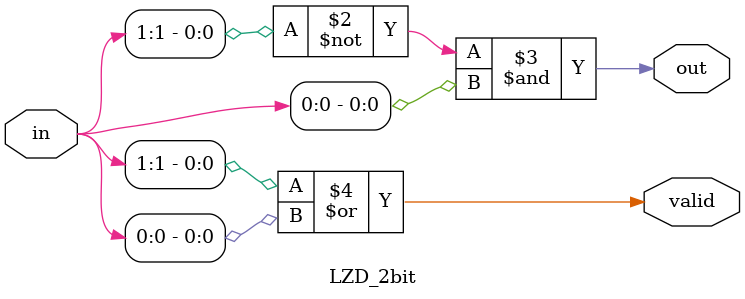
<source format=v>
`timescale 1ns / 1ps
module LZD_2bit( in, out, valid
    );
input [1:0] in;
output reg out;
output reg valid;

initial 
	begin
		out<=0; /* set initial values to zero*/
		valid<=0;
	end
always @(in)  // logic is run when ever there is change in input
	begin
		out<= ~in[1]&in[0];	// output equation for 2 input	
		/* 
		truth table 
		in[0] in[1]  out  valid
		0			0		0		0
		0			1		1		1
		1			0		0		1
		1			1		0		1
		*/
		valid<=in[1]|in[0];
	end
endmodule

</source>
